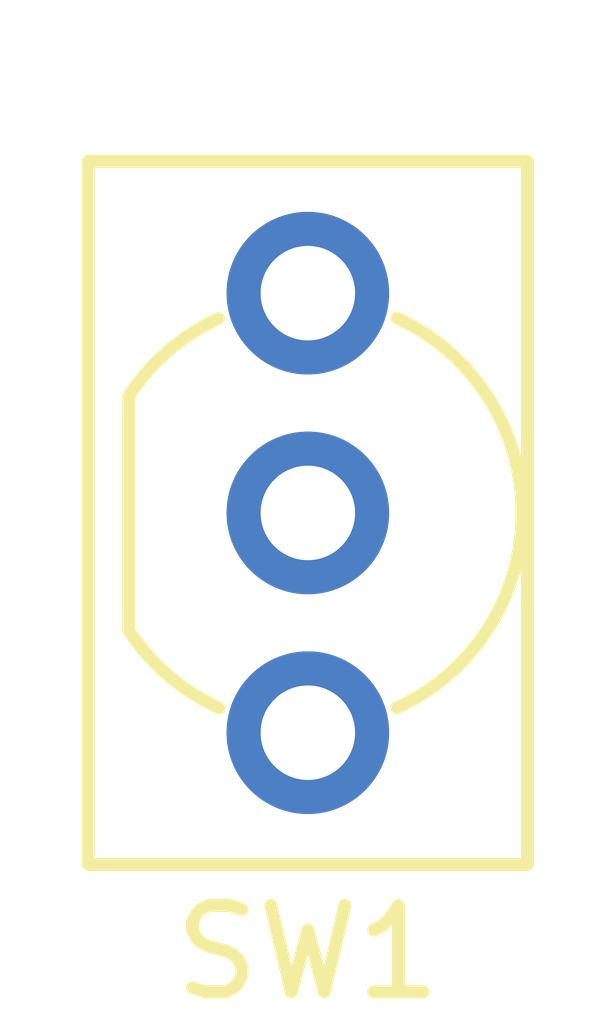
<source format=kicad_pcb>
(kicad_pcb (version 20211014) (generator pcbnew)
  (layers (0 "F.Cu" signal) (31 "B.Cu" signal) (34 "B.Paste" user) (35 "F.Paste" user) (36 "B.SilkS" user "B.Silkscreen") (37 "F.SilkS" user "F.Silkscreen") (38 "B.Mask" user) (39 "F.Mask" user) (44 "Edge.Cuts" user))
  (net 0 "")
  (net 1 "+3V3")
  (net 2 "Pin1")
  (net 3 "Pin0")
  (footprint "Switch_Thonk:SW_SPDT_Dailywell" (layer "F.Cu") (at 0 0)
    (fp_text reference "SW1" (at 0 5.08) (layer "F.SilkS"))
    (fp_text value "SW_SPDT")
    (fp_line (start -2.0701 -1.35128) (end -2.0701 1.35128) (layer "F.SilkS") (width 0.15))
    (fp_line (start -2.54 -4.064) (end 2.54 -4.064) (layer "F.SilkS") (width 0.15))
    (fp_line (start 2.54 -4.064) (end 2.54 4.064) (layer "F.SilkS") (width 0.15))
    (fp_line (start -2.54 4.064) (end 2.54 4.064) (layer "F.SilkS") (width 0.15))
    (fp_line (start -2.54 -4.064) (end -2.54 4.064) (layer "F.SilkS") (width 0.15))
    (fp_arc (start -2.073021 -1.346448) (mid -1.617115 -1.869566) (end -1.033779 -2.245359) (layer "F.SilkS") (width 0.15))
    (fp_arc (start -1.023645 2.254788) (mid -1.610425 1.881077) (end -2.070099 1.358899) (layer "F.SilkS") (width 0.15))
    (fp_arc (start 2.4765 0) (mid 2.084001 1.337905) (end 1.030919 2.251723) (layer "F.SilkS") (width 0.15))
    (fp_arc (start 1.031318 -2.251541) (mid 2.08412 -1.337721) (end 2.4765 0) (layer "F.SilkS") (width 0.15))
    (pad "1" thru_hole circle locked (at 0 2.54) (size 1.8796 1.8796) (drill 1.0922) (layers *.Cu *.Mask) (net 3 "Pin0"))
    (pad "2" thru_hole circle locked (at 0 0) (size 1.8796 1.8796) (drill 1.0922) (layers *.Cu *.Mask) (net 1 "+3V3"))
    (pad "3" thru_hole circle locked (at 0 -2.54) (size 1.8796 1.8796) (drill 1.0922) (layers *.Cu *.Mask) (net 2 "Pin1"))
  )
)
</source>
